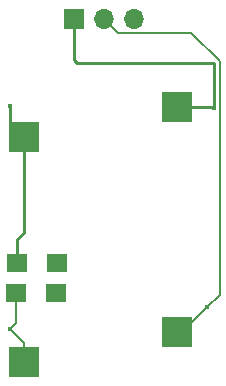
<source format=gbr>
%TF.GenerationSoftware,KiCad,Pcbnew,7.0.2*%
%TF.CreationDate,2023-04-26T23:17:44+02:00*%
%TF.ProjectId,phoenix-thumb,70686f65-6e69-4782-9d74-68756d622e6b,v1.0.0*%
%TF.SameCoordinates,Original*%
%TF.FileFunction,Copper,L2,Bot*%
%TF.FilePolarity,Positive*%
%FSLAX46Y46*%
G04 Gerber Fmt 4.6, Leading zero omitted, Abs format (unit mm)*
G04 Created by KiCad (PCBNEW 7.0.2) date 2023-04-26 23:17:44*
%MOMM*%
%LPD*%
G01*
G04 APERTURE LIST*
%TA.AperFunction,ComponentPad*%
%ADD10R,1.700000X1.700000*%
%TD*%
%TA.AperFunction,ComponentPad*%
%ADD11O,1.700000X1.700000*%
%TD*%
%TA.AperFunction,SMDPad,CuDef*%
%ADD12R,2.550000X2.500000*%
%TD*%
%TA.AperFunction,ComponentPad*%
%ADD13R,1.800000X1.500000*%
%TD*%
%TA.AperFunction,ViaPad*%
%ADD14C,0.400000*%
%TD*%
%TA.AperFunction,Conductor*%
%ADD15C,0.200000*%
%TD*%
%TA.AperFunction,Conductor*%
%ADD16C,0.250000*%
%TD*%
G04 APERTURE END LIST*
D10*
%TO.P,REF\u002A\u002A,1*%
%TO.N,P3*%
X137580000Y-129920000D03*
D11*
%TO.P,REF\u002A\u002A,2*%
%TO.N,P4*%
X140120000Y-129920000D03*
%TO.P,REF\u002A\u002A,3*%
%TO.N,row5*%
X142660000Y-129920000D03*
%TD*%
D12*
%TO.P,S7,2*%
%TO.N,P4*%
X146252000Y-156440000D03*
%TO.P,S7,1*%
%TO.N,R31*%
X133325000Y-158980000D03*
%TD*%
%TO.P,S2,1*%
%TO.N,R30*%
X133327000Y-139890000D03*
%TO.P,S2,2*%
%TO.N,P3*%
X146254000Y-137350000D03*
%TD*%
D13*
%TO.P,D25,1*%
%TO.N,R31*%
X132630000Y-153170000D03*
%TO.P,D25,2*%
%TO.N,row5*%
X136030000Y-153170000D03*
%TD*%
%TO.P,D25,1*%
%TO.N,R30*%
X132704500Y-150555190D03*
%TO.P,D25,2*%
%TO.N,row5*%
X136104500Y-150555190D03*
%TD*%
D14*
%TO.N,P4*%
X148840000Y-154310000D03*
%TO.N,R31*%
X132140000Y-156180000D03*
%TO.N,P3*%
X149382000Y-137460000D03*
%TO.N,R30*%
X132152000Y-137330000D03*
%TD*%
D15*
%TO.N,P4*%
X141290000Y-131090000D02*
X140120000Y-129920000D01*
X149882000Y-133524149D02*
X147447851Y-131090000D01*
X147447851Y-131090000D02*
X141290000Y-131090000D01*
X149882000Y-153268000D02*
X149882000Y-133524149D01*
X148840000Y-154310000D02*
X149882000Y-153268000D01*
D16*
%TO.N,P3*%
X137764810Y-133625190D02*
X137580000Y-133440380D01*
X137580000Y-133440380D02*
X137580000Y-129920000D01*
X149382000Y-133625190D02*
X137764810Y-133625190D01*
X149382000Y-137460000D02*
X149382000Y-133625190D01*
D15*
%TO.N,P4*%
X146710000Y-156440000D02*
X148840000Y-154310000D01*
X146252000Y-156440000D02*
X146710000Y-156440000D01*
%TO.N,R31*%
X132140000Y-156180000D02*
X133325000Y-157365000D01*
X133325000Y-157365000D02*
X133325000Y-158980000D01*
X132630000Y-155690000D02*
X132140000Y-156180000D01*
X132630000Y-153170000D02*
X132630000Y-155690000D01*
D16*
%TO.N,P3*%
X149382000Y-137460000D02*
X149272000Y-137350000D01*
X149272000Y-137350000D02*
X146254000Y-137350000D01*
%TO.N,R30*%
X132152000Y-138715000D02*
X132152000Y-137330000D01*
X133327000Y-139890000D02*
X133327000Y-147992690D01*
X133327000Y-147992690D02*
X132704500Y-148615190D01*
X132704500Y-148615190D02*
X132704500Y-150555190D01*
X133327000Y-139890000D02*
X132152000Y-138715000D01*
%TD*%
M02*

</source>
